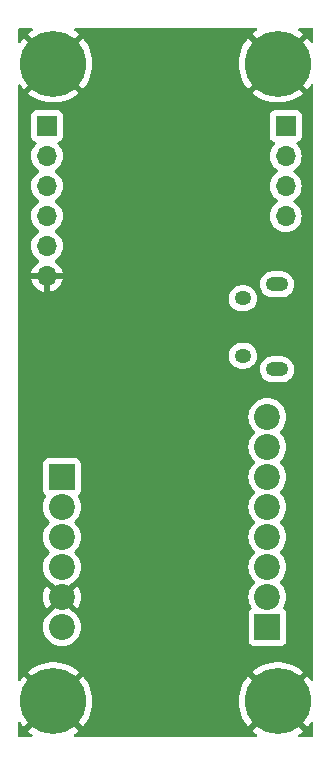
<source format=gbr>
%TF.GenerationSoftware,KiCad,Pcbnew,7.0.5*%
%TF.CreationDate,2023-12-09T18:35:52-08:00*%
%TF.ProjectId,Lyrav3,4c797261-7633-42e6-9b69-6361645f7063,rev?*%
%TF.SameCoordinates,Original*%
%TF.FileFunction,Copper,L2,Inr*%
%TF.FilePolarity,Positive*%
%FSLAX46Y46*%
G04 Gerber Fmt 4.6, Leading zero omitted, Abs format (unit mm)*
G04 Created by KiCad (PCBNEW 7.0.5) date 2023-12-09 18:35:52*
%MOMM*%
%LPD*%
G01*
G04 APERTURE LIST*
%TA.AperFunction,ComponentPad*%
%ADD10C,5.600000*%
%TD*%
%TA.AperFunction,ComponentPad*%
%ADD11R,1.700000X1.700000*%
%TD*%
%TA.AperFunction,ComponentPad*%
%ADD12O,1.700000X1.700000*%
%TD*%
%TA.AperFunction,ComponentPad*%
%ADD13R,2.200000X2.200000*%
%TD*%
%TA.AperFunction,ComponentPad*%
%ADD14C,2.200000*%
%TD*%
%TA.AperFunction,ComponentPad*%
%ADD15O,1.900000X1.200000*%
%TD*%
%TA.AperFunction,ComponentPad*%
%ADD16O,1.400000X1.200000*%
%TD*%
G04 APERTURE END LIST*
D10*
%TO.N,GND*%
%TO.C,H3*%
X186600000Y-116025000D03*
%TD*%
D11*
%TO.N,/BRKOUT4*%
%TO.C,J8*%
X206273400Y-67320000D03*
D12*
%TO.N,/BRKOUT3*%
X206273400Y-69860000D03*
%TO.N,/BRKOUT2*%
X206273400Y-72400000D03*
%TO.N,/BRKOUT1*%
X206273400Y-74940000D03*
%TD*%
D13*
%TO.N,/P4-*%
%TO.C,J1*%
X204724000Y-109728000D03*
D14*
%TO.N,/PYRO PWR*%
X204724000Y-107188000D03*
%TO.N,/P3-*%
X204724000Y-104648000D03*
%TO.N,/PYRO PWR*%
X204724000Y-102108000D03*
%TO.N,/P2-*%
X204724000Y-99568000D03*
%TO.N,/PYRO PWR*%
X204724000Y-97028000D03*
%TO.N,/P1-*%
X204724000Y-94488000D03*
%TO.N,/PYRO PWR*%
X204724000Y-91948000D03*
%TD*%
D15*
%TO.N,N/C*%
%TO.C,J7*%
X205539000Y-80728000D03*
X205539000Y-87928000D03*
D16*
X202639000Y-86748000D03*
%TO.N,unconnected-(J7-Shield-Pad6)*%
X202639000Y-81908000D03*
%TD*%
D10*
%TO.N,GND*%
%TO.C,H1*%
X186600000Y-62025000D03*
%TD*%
%TO.N,GND*%
%TO.C,H2*%
X205600000Y-62025000D03*
%TD*%
%TO.N,GND*%
%TO.C,H4*%
X205600000Y-116025000D03*
%TD*%
D13*
%TO.N,/PYRO PWR*%
%TO.C,J2*%
X187325000Y-97028000D03*
D14*
%TO.N,+12P*%
X187325000Y-99568000D03*
%TO.N,+12V*%
X187325000Y-102108000D03*
%TO.N,+BATT*%
X187325000Y-104648000D03*
%TO.N,GND*%
X187325000Y-107188000D03*
%TO.N,+BATT*%
X187325000Y-109728000D03*
%TD*%
D11*
%TO.N,/BRKOUT5*%
%TO.C,J6*%
X186055000Y-67310000D03*
D12*
%TO.N,/BRKOUT6*%
X186055000Y-69850000D03*
%TO.N,/BRKOUT7*%
X186055000Y-72390000D03*
%TO.N,+12VA*%
X186055000Y-74930000D03*
%TO.N,+3V3*%
X186055000Y-77470000D03*
%TO.N,GND*%
X186055000Y-80010000D03*
%TD*%
%TA.AperFunction,Conductor*%
%TO.N,GND*%
G36*
X185465130Y-117159870D02*
G01*
X185655818Y-117322732D01*
X184447255Y-118531295D01*
X184447256Y-118531296D01*
X184460485Y-118543828D01*
X184460486Y-118543829D01*
X184745367Y-118760388D01*
X184745370Y-118760390D01*
X184801644Y-118794249D01*
X184848939Y-118845678D01*
X184860922Y-118914513D01*
X184833787Y-118978899D01*
X184776151Y-119018393D01*
X184737716Y-119024500D01*
X183724500Y-119024500D01*
X183657461Y-119004815D01*
X183611706Y-118952011D01*
X183600500Y-118900500D01*
X183600500Y-117885307D01*
X183620185Y-117818268D01*
X183672989Y-117772513D01*
X183742147Y-117762569D01*
X183805703Y-117791594D01*
X183827134Y-117815720D01*
X183969038Y-118025013D01*
X184096441Y-118175003D01*
X184096442Y-118175004D01*
X185302266Y-116969180D01*
X185465130Y-117159870D01*
G37*
%TD.AperFunction*%
%TA.AperFunction,Conductor*%
G36*
X203804755Y-59045185D02*
G01*
X203850510Y-59097989D01*
X203860454Y-59167147D01*
X203831429Y-59230703D01*
X203801644Y-59255751D01*
X203745370Y-59289609D01*
X203745367Y-59289611D01*
X203460491Y-59506166D01*
X203447256Y-59518703D01*
X203447255Y-59518703D01*
X204655819Y-60727266D01*
X204465130Y-60890130D01*
X204302267Y-61080818D01*
X203096442Y-59874994D01*
X203096441Y-59874995D01*
X202969040Y-60024983D01*
X202969033Y-60024993D01*
X202768218Y-60321172D01*
X202600606Y-60637322D01*
X202600597Y-60637340D01*
X202468149Y-60969760D01*
X202468147Y-60969767D01*
X202372421Y-61314542D01*
X202372415Y-61314568D01*
X202314527Y-61667668D01*
X202314526Y-61667685D01*
X202295153Y-62024997D01*
X202295153Y-62025002D01*
X202314526Y-62382314D01*
X202314527Y-62382331D01*
X202372415Y-62735431D01*
X202372421Y-62735457D01*
X202468147Y-63080232D01*
X202468149Y-63080239D01*
X202600597Y-63412659D01*
X202600606Y-63412677D01*
X202768218Y-63728827D01*
X202969033Y-64025007D01*
X203096441Y-64175003D01*
X203096442Y-64175004D01*
X204302266Y-62969179D01*
X204465130Y-63159870D01*
X204655818Y-63322732D01*
X203447255Y-64531295D01*
X203447256Y-64531296D01*
X203460485Y-64543828D01*
X203460486Y-64543829D01*
X203745367Y-64760388D01*
X203745370Y-64760390D01*
X204051990Y-64944876D01*
X204376739Y-65095122D01*
X204376744Y-65095123D01*
X204715855Y-65209383D01*
X205065339Y-65286311D01*
X205421075Y-65324999D01*
X205421085Y-65325000D01*
X205778915Y-65325000D01*
X205778924Y-65324999D01*
X206134660Y-65286311D01*
X206484144Y-65209383D01*
X206823255Y-65095123D01*
X206823260Y-65095122D01*
X207148009Y-64944876D01*
X207454629Y-64760390D01*
X207454632Y-64760388D01*
X207739504Y-64543836D01*
X207752742Y-64531294D01*
X206544180Y-63322733D01*
X206734870Y-63159870D01*
X206897733Y-62969180D01*
X208103556Y-64175003D01*
X208230964Y-64025008D01*
X208230966Y-64025006D01*
X208372866Y-63815720D01*
X208426781Y-63771279D01*
X208496163Y-63763041D01*
X208558985Y-63793621D01*
X208595301Y-63853312D01*
X208599500Y-63885307D01*
X208599500Y-114164692D01*
X208579815Y-114231731D01*
X208527011Y-114277486D01*
X208457853Y-114287430D01*
X208394297Y-114258405D01*
X208372867Y-114234279D01*
X208230966Y-114024992D01*
X208103557Y-113874995D01*
X208103556Y-113874994D01*
X206897732Y-115080818D01*
X206734870Y-114890130D01*
X206544179Y-114727265D01*
X207752743Y-113518703D01*
X207752742Y-113518702D01*
X207739514Y-113506171D01*
X207739513Y-113506170D01*
X207454632Y-113289611D01*
X207454629Y-113289609D01*
X207148009Y-113105123D01*
X206823260Y-112954877D01*
X206823255Y-112954876D01*
X206484144Y-112840616D01*
X206134660Y-112763688D01*
X205778924Y-112725000D01*
X205421075Y-112725000D01*
X205065339Y-112763688D01*
X204715855Y-112840616D01*
X204376744Y-112954876D01*
X204376739Y-112954877D01*
X204051990Y-113105123D01*
X203745370Y-113289609D01*
X203745367Y-113289611D01*
X203460491Y-113506166D01*
X203447256Y-113518703D01*
X203447255Y-113518703D01*
X204655819Y-114727266D01*
X204465130Y-114890130D01*
X204302266Y-115080818D01*
X203096442Y-113874994D01*
X203096441Y-113874995D01*
X202969040Y-114024983D01*
X202969033Y-114024993D01*
X202768218Y-114321172D01*
X202600606Y-114637322D01*
X202600597Y-114637340D01*
X202468149Y-114969760D01*
X202468147Y-114969767D01*
X202372421Y-115314542D01*
X202372415Y-115314568D01*
X202314527Y-115667668D01*
X202314526Y-115667685D01*
X202295153Y-116024997D01*
X202295153Y-116025002D01*
X202314526Y-116382314D01*
X202314527Y-116382331D01*
X202372415Y-116735431D01*
X202372421Y-116735457D01*
X202468147Y-117080232D01*
X202468149Y-117080239D01*
X202600597Y-117412659D01*
X202600606Y-117412677D01*
X202768218Y-117728827D01*
X202969033Y-118025007D01*
X203096441Y-118175003D01*
X203096442Y-118175004D01*
X204302266Y-116969180D01*
X204465130Y-117159870D01*
X204655818Y-117322732D01*
X203447255Y-118531295D01*
X203447256Y-118531296D01*
X203460485Y-118543828D01*
X203460486Y-118543829D01*
X203745367Y-118760388D01*
X203745370Y-118760390D01*
X203801644Y-118794249D01*
X203848939Y-118845678D01*
X203860922Y-118914513D01*
X203833787Y-118978899D01*
X203776151Y-119018393D01*
X203737716Y-119024500D01*
X188462284Y-119024500D01*
X188395245Y-119004815D01*
X188349490Y-118952011D01*
X188339546Y-118882853D01*
X188368571Y-118819297D01*
X188398356Y-118794249D01*
X188454629Y-118760390D01*
X188454632Y-118760388D01*
X188739504Y-118543836D01*
X188752742Y-118531294D01*
X187544180Y-117322733D01*
X187734870Y-117159870D01*
X187897733Y-116969180D01*
X189103556Y-118175003D01*
X189230964Y-118025008D01*
X189230975Y-118024994D01*
X189431781Y-117728827D01*
X189599393Y-117412677D01*
X189599402Y-117412659D01*
X189731850Y-117080239D01*
X189731852Y-117080232D01*
X189827578Y-116735457D01*
X189827584Y-116735431D01*
X189885472Y-116382331D01*
X189885473Y-116382314D01*
X189904846Y-116025002D01*
X189904846Y-116024997D01*
X189885473Y-115667685D01*
X189885472Y-115667668D01*
X189827584Y-115314568D01*
X189827578Y-115314542D01*
X189731852Y-114969767D01*
X189731850Y-114969760D01*
X189599402Y-114637340D01*
X189599393Y-114637322D01*
X189431781Y-114321172D01*
X189230966Y-114024992D01*
X189103557Y-113874995D01*
X189103556Y-113874994D01*
X187897732Y-115080818D01*
X187734870Y-114890130D01*
X187544179Y-114727265D01*
X188752743Y-113518703D01*
X188752742Y-113518702D01*
X188739514Y-113506171D01*
X188739513Y-113506170D01*
X188454632Y-113289611D01*
X188454629Y-113289609D01*
X188148009Y-113105123D01*
X187823260Y-112954877D01*
X187823255Y-112954876D01*
X187484144Y-112840616D01*
X187134660Y-112763688D01*
X186778924Y-112725000D01*
X186421075Y-112725000D01*
X186065339Y-112763688D01*
X185715855Y-112840616D01*
X185376744Y-112954876D01*
X185376739Y-112954877D01*
X185051990Y-113105123D01*
X184745370Y-113289609D01*
X184745367Y-113289611D01*
X184460491Y-113506166D01*
X184447256Y-113518703D01*
X184447255Y-113518703D01*
X185655819Y-114727266D01*
X185465130Y-114890130D01*
X185302266Y-115080818D01*
X184096442Y-113874994D01*
X184096441Y-113874995D01*
X183969040Y-114024983D01*
X183969039Y-114024985D01*
X183827133Y-114234280D01*
X183773219Y-114278720D01*
X183703836Y-114286958D01*
X183641015Y-114256377D01*
X183604699Y-114196687D01*
X183600500Y-114164692D01*
X183600500Y-109728000D01*
X185719551Y-109728000D01*
X185739317Y-109979151D01*
X185798126Y-110224110D01*
X185894533Y-110456859D01*
X186026160Y-110671653D01*
X186026161Y-110671656D01*
X186026164Y-110671659D01*
X186189776Y-110863224D01*
X186338066Y-110989875D01*
X186381343Y-111026838D01*
X186381346Y-111026839D01*
X186596140Y-111158466D01*
X186828889Y-111254873D01*
X187073852Y-111313683D01*
X187325000Y-111333449D01*
X187576148Y-111313683D01*
X187821111Y-111254873D01*
X188053859Y-111158466D01*
X188268659Y-111026836D01*
X188460224Y-110863224D01*
X188623836Y-110671659D01*
X188755466Y-110456859D01*
X188851873Y-110224111D01*
X188910683Y-109979148D01*
X188930449Y-109728000D01*
X188910683Y-109476852D01*
X188851873Y-109231889D01*
X188755466Y-108999141D01*
X188755466Y-108999140D01*
X188623839Y-108784346D01*
X188623838Y-108784343D01*
X188586875Y-108741066D01*
X188460224Y-108592776D01*
X188333571Y-108484604D01*
X188268656Y-108429161D01*
X188268653Y-108429160D01*
X188136415Y-108348124D01*
X188113524Y-108330078D01*
X187496568Y-107713121D01*
X187613458Y-107662349D01*
X187730739Y-107566934D01*
X187817928Y-107443415D01*
X187848354Y-107357801D01*
X188622732Y-108132179D01*
X188623424Y-108131371D01*
X188623432Y-108131360D01*
X188755019Y-107916631D01*
X188851396Y-107683956D01*
X188910187Y-107439072D01*
X188929947Y-107187999D01*
X203118551Y-107187999D01*
X203138317Y-107439151D01*
X203197126Y-107684110D01*
X203293533Y-107916859D01*
X203374520Y-108049016D01*
X203392765Y-108116462D01*
X203371649Y-108183064D01*
X203343105Y-108213072D01*
X203266452Y-108270455D01*
X203180206Y-108385664D01*
X203180202Y-108385671D01*
X203129908Y-108520517D01*
X203123501Y-108580116D01*
X203123501Y-108580123D01*
X203123500Y-108580135D01*
X203123500Y-110875870D01*
X203123501Y-110875876D01*
X203129908Y-110935483D01*
X203180202Y-111070328D01*
X203180206Y-111070335D01*
X203266452Y-111185544D01*
X203266455Y-111185547D01*
X203381664Y-111271793D01*
X203381671Y-111271797D01*
X203516517Y-111322091D01*
X203516516Y-111322091D01*
X203523444Y-111322835D01*
X203576127Y-111328500D01*
X205871872Y-111328499D01*
X205931483Y-111322091D01*
X206066331Y-111271796D01*
X206181546Y-111185546D01*
X206267796Y-111070331D01*
X206318091Y-110935483D01*
X206324500Y-110875873D01*
X206324499Y-108580128D01*
X206318091Y-108520517D01*
X206284017Y-108429161D01*
X206267797Y-108385671D01*
X206267793Y-108385664D01*
X206181547Y-108270455D01*
X206104894Y-108213072D01*
X206063024Y-108157138D01*
X206058040Y-108087446D01*
X206073476Y-108049021D01*
X206154466Y-107916859D01*
X206250873Y-107684111D01*
X206309683Y-107439148D01*
X206329449Y-107188000D01*
X206309683Y-106936852D01*
X206250873Y-106691889D01*
X206154466Y-106459141D01*
X206154466Y-106459140D01*
X206022839Y-106244346D01*
X206022838Y-106244343D01*
X205881165Y-106078466D01*
X205859224Y-106052776D01*
X205811820Y-106012289D01*
X205773627Y-105953782D01*
X205773129Y-105883914D01*
X205810483Y-105824868D01*
X205811669Y-105823839D01*
X205859224Y-105783224D01*
X206022836Y-105591659D01*
X206154466Y-105376859D01*
X206250873Y-105144111D01*
X206309683Y-104899148D01*
X206329449Y-104648000D01*
X206309683Y-104396852D01*
X206250873Y-104151889D01*
X206154466Y-103919141D01*
X206154466Y-103919140D01*
X206022839Y-103704346D01*
X206022838Y-103704343D01*
X205859224Y-103512776D01*
X205859215Y-103512768D01*
X205811819Y-103472289D01*
X205773627Y-103413784D01*
X205773128Y-103343916D01*
X205810482Y-103284870D01*
X205811756Y-103283764D01*
X205859224Y-103243224D01*
X206022836Y-103051659D01*
X206154466Y-102836859D01*
X206250873Y-102604111D01*
X206309683Y-102359148D01*
X206329449Y-102108000D01*
X206309683Y-101856852D01*
X206250873Y-101611889D01*
X206154466Y-101379141D01*
X206154466Y-101379140D01*
X206022839Y-101164346D01*
X206022838Y-101164343D01*
X205985875Y-101121066D01*
X205859224Y-100972776D01*
X205811820Y-100932289D01*
X205773627Y-100873782D01*
X205773129Y-100803914D01*
X205810483Y-100744868D01*
X205811669Y-100743839D01*
X205859224Y-100703224D01*
X206022836Y-100511659D01*
X206154466Y-100296859D01*
X206250873Y-100064111D01*
X206309683Y-99819148D01*
X206329449Y-99568000D01*
X206309683Y-99316852D01*
X206250873Y-99071889D01*
X206154466Y-98839141D01*
X206154466Y-98839140D01*
X206022839Y-98624346D01*
X206022838Y-98624343D01*
X205859224Y-98432776D01*
X205859223Y-98432775D01*
X205811819Y-98392289D01*
X205773627Y-98333784D01*
X205773128Y-98263916D01*
X205810482Y-98204870D01*
X205811756Y-98203764D01*
X205859224Y-98163224D01*
X206022836Y-97971659D01*
X206154466Y-97756859D01*
X206250873Y-97524111D01*
X206309683Y-97279148D01*
X206329449Y-97028000D01*
X206309683Y-96776852D01*
X206250873Y-96531889D01*
X206154466Y-96299141D01*
X206154466Y-96299140D01*
X206022839Y-96084346D01*
X206022838Y-96084343D01*
X205985875Y-96041066D01*
X205859224Y-95892776D01*
X205811820Y-95852289D01*
X205773627Y-95793782D01*
X205773129Y-95723914D01*
X205810483Y-95664868D01*
X205811669Y-95663839D01*
X205859224Y-95623224D01*
X206022836Y-95431659D01*
X206154466Y-95216859D01*
X206250873Y-94984111D01*
X206309683Y-94739148D01*
X206329449Y-94488000D01*
X206309683Y-94236852D01*
X206250873Y-93991889D01*
X206154466Y-93759141D01*
X206154466Y-93759140D01*
X206022839Y-93544346D01*
X206022838Y-93544343D01*
X205859224Y-93352776D01*
X205859223Y-93352775D01*
X205811819Y-93312289D01*
X205773627Y-93253784D01*
X205773128Y-93183916D01*
X205810482Y-93124870D01*
X205811756Y-93123764D01*
X205859224Y-93083224D01*
X206022836Y-92891659D01*
X206154466Y-92676859D01*
X206250873Y-92444111D01*
X206309683Y-92199148D01*
X206329449Y-91948000D01*
X206309683Y-91696852D01*
X206250873Y-91451889D01*
X206154466Y-91219141D01*
X206154466Y-91219140D01*
X206022839Y-91004346D01*
X206022838Y-91004343D01*
X205985875Y-90961066D01*
X205859224Y-90812776D01*
X205732571Y-90704604D01*
X205667656Y-90649161D01*
X205667653Y-90649160D01*
X205452859Y-90517533D01*
X205220110Y-90421126D01*
X204975151Y-90362317D01*
X204724000Y-90342551D01*
X204472848Y-90362317D01*
X204227889Y-90421126D01*
X203995140Y-90517533D01*
X203780346Y-90649160D01*
X203780343Y-90649161D01*
X203588776Y-90812776D01*
X203425161Y-91004343D01*
X203425160Y-91004346D01*
X203293533Y-91219140D01*
X203197126Y-91451889D01*
X203138317Y-91696848D01*
X203118551Y-91947999D01*
X203138317Y-92199151D01*
X203197126Y-92444110D01*
X203293533Y-92676859D01*
X203425160Y-92891653D01*
X203425161Y-92891656D01*
X203425164Y-92891659D01*
X203588776Y-93083224D01*
X203636178Y-93123709D01*
X203636179Y-93123710D01*
X203674372Y-93182217D01*
X203674870Y-93252085D01*
X203637516Y-93311131D01*
X203636179Y-93312290D01*
X203588776Y-93352776D01*
X203425161Y-93544343D01*
X203425160Y-93544346D01*
X203293533Y-93759140D01*
X203197126Y-93991889D01*
X203138317Y-94236848D01*
X203118551Y-94488000D01*
X203138317Y-94739151D01*
X203197126Y-94984110D01*
X203293533Y-95216859D01*
X203425160Y-95431653D01*
X203425161Y-95431656D01*
X203470043Y-95484206D01*
X203588776Y-95623224D01*
X203636179Y-95663710D01*
X203674371Y-95722215D01*
X203674871Y-95792083D01*
X203637517Y-95851129D01*
X203636180Y-95852288D01*
X203588777Y-95892775D01*
X203425161Y-96084343D01*
X203425160Y-96084346D01*
X203293533Y-96299140D01*
X203197126Y-96531889D01*
X203138317Y-96776848D01*
X203118551Y-97028000D01*
X203138317Y-97279151D01*
X203197126Y-97524110D01*
X203293533Y-97756859D01*
X203425160Y-97971653D01*
X203425161Y-97971656D01*
X203425164Y-97971659D01*
X203588776Y-98163224D01*
X203636178Y-98203709D01*
X203636179Y-98203710D01*
X203674372Y-98262217D01*
X203674870Y-98332085D01*
X203637516Y-98391131D01*
X203636179Y-98392290D01*
X203588776Y-98432776D01*
X203425161Y-98624343D01*
X203425160Y-98624346D01*
X203293533Y-98839140D01*
X203197126Y-99071889D01*
X203138317Y-99316848D01*
X203118551Y-99568000D01*
X203138317Y-99819151D01*
X203197126Y-100064110D01*
X203293533Y-100296859D01*
X203425160Y-100511653D01*
X203425161Y-100511656D01*
X203425164Y-100511659D01*
X203588776Y-100703224D01*
X203636175Y-100743707D01*
X203636179Y-100743710D01*
X203674372Y-100802217D01*
X203674870Y-100872085D01*
X203637516Y-100931131D01*
X203636179Y-100932290D01*
X203588776Y-100972776D01*
X203425161Y-101164343D01*
X203425160Y-101164346D01*
X203293533Y-101379140D01*
X203197126Y-101611889D01*
X203138317Y-101856848D01*
X203118551Y-102108000D01*
X203138317Y-102359151D01*
X203197126Y-102604110D01*
X203293533Y-102836859D01*
X203425160Y-103051653D01*
X203425161Y-103051656D01*
X203425164Y-103051659D01*
X203588776Y-103243224D01*
X203636178Y-103283709D01*
X203636179Y-103283710D01*
X203674372Y-103342217D01*
X203674870Y-103412085D01*
X203637516Y-103471131D01*
X203636179Y-103472290D01*
X203588776Y-103512776D01*
X203425161Y-103704343D01*
X203425160Y-103704346D01*
X203293533Y-103919140D01*
X203197126Y-104151889D01*
X203138317Y-104396848D01*
X203118551Y-104647999D01*
X203138317Y-104899151D01*
X203197126Y-105144110D01*
X203293533Y-105376859D01*
X203425160Y-105591653D01*
X203425161Y-105591656D01*
X203425164Y-105591659D01*
X203588776Y-105783224D01*
X203636179Y-105823710D01*
X203674371Y-105882215D01*
X203674871Y-105952083D01*
X203637517Y-106011129D01*
X203636180Y-106012288D01*
X203588777Y-106052775D01*
X203425161Y-106244343D01*
X203425160Y-106244346D01*
X203293533Y-106459140D01*
X203197126Y-106691889D01*
X203138317Y-106936848D01*
X203118551Y-107187999D01*
X188929947Y-107187999D01*
X188910187Y-106936927D01*
X188851396Y-106692043D01*
X188755019Y-106459368D01*
X188623432Y-106244638D01*
X188623430Y-106244636D01*
X188622732Y-106243819D01*
X187850929Y-107015622D01*
X187848116Y-107002085D01*
X187778558Y-106867844D01*
X187675362Y-106757348D01*
X187546181Y-106678791D01*
X187494996Y-106664449D01*
X188113522Y-106045922D01*
X188136407Y-106027879D01*
X188268659Y-105946836D01*
X188460224Y-105783224D01*
X188623836Y-105591659D01*
X188755466Y-105376859D01*
X188851873Y-105144111D01*
X188910683Y-104899148D01*
X188930449Y-104648000D01*
X188910683Y-104396852D01*
X188851873Y-104151889D01*
X188755466Y-103919141D01*
X188755466Y-103919140D01*
X188623839Y-103704346D01*
X188623838Y-103704343D01*
X188460224Y-103512776D01*
X188460215Y-103512768D01*
X188412819Y-103472289D01*
X188374627Y-103413784D01*
X188374128Y-103343916D01*
X188411482Y-103284870D01*
X188412756Y-103283764D01*
X188460224Y-103243224D01*
X188623836Y-103051659D01*
X188755466Y-102836859D01*
X188851873Y-102604111D01*
X188910683Y-102359148D01*
X188930449Y-102108000D01*
X188910683Y-101856852D01*
X188851873Y-101611889D01*
X188755466Y-101379141D01*
X188755466Y-101379140D01*
X188623839Y-101164346D01*
X188623838Y-101164343D01*
X188460224Y-100972776D01*
X188412819Y-100932289D01*
X188374627Y-100873784D01*
X188374128Y-100803916D01*
X188411482Y-100744870D01*
X188412756Y-100743764D01*
X188460224Y-100703224D01*
X188623836Y-100511659D01*
X188755466Y-100296859D01*
X188851873Y-100064111D01*
X188910683Y-99819148D01*
X188930449Y-99568000D01*
X188910683Y-99316852D01*
X188851873Y-99071889D01*
X188755466Y-98839141D01*
X188755466Y-98839140D01*
X188674479Y-98706983D01*
X188656234Y-98639538D01*
X188677350Y-98572935D01*
X188705891Y-98542929D01*
X188782546Y-98485546D01*
X188868796Y-98370331D01*
X188919091Y-98235483D01*
X188925500Y-98175873D01*
X188925499Y-95880128D01*
X188919091Y-95820517D01*
X188883060Y-95723914D01*
X188868797Y-95685671D01*
X188868793Y-95685664D01*
X188782547Y-95570455D01*
X188782544Y-95570452D01*
X188667335Y-95484206D01*
X188667328Y-95484202D01*
X188532482Y-95433908D01*
X188532483Y-95433908D01*
X188472883Y-95427501D01*
X188472881Y-95427500D01*
X188472873Y-95427500D01*
X188472864Y-95427500D01*
X186177129Y-95427500D01*
X186177123Y-95427501D01*
X186117516Y-95433908D01*
X185982671Y-95484202D01*
X185982664Y-95484206D01*
X185867455Y-95570452D01*
X185867452Y-95570455D01*
X185781206Y-95685664D01*
X185781202Y-95685671D01*
X185730908Y-95820517D01*
X185724501Y-95880116D01*
X185724501Y-95880123D01*
X185724500Y-95880135D01*
X185724500Y-98175870D01*
X185724501Y-98175876D01*
X185730908Y-98235483D01*
X185781202Y-98370328D01*
X185781206Y-98370335D01*
X185867452Y-98485544D01*
X185867455Y-98485547D01*
X185944104Y-98542927D01*
X185985975Y-98598861D01*
X185990959Y-98668552D01*
X185975520Y-98706983D01*
X185894533Y-98839140D01*
X185798126Y-99071889D01*
X185739317Y-99316848D01*
X185719551Y-99567999D01*
X185739317Y-99819151D01*
X185798126Y-100064110D01*
X185894533Y-100296859D01*
X186026160Y-100511653D01*
X186026161Y-100511656D01*
X186026164Y-100511659D01*
X186189776Y-100703224D01*
X186237175Y-100743707D01*
X186237179Y-100743710D01*
X186275372Y-100802217D01*
X186275870Y-100872085D01*
X186238516Y-100931131D01*
X186237179Y-100932290D01*
X186189776Y-100972776D01*
X186026161Y-101164343D01*
X186026160Y-101164346D01*
X185894533Y-101379140D01*
X185798126Y-101611889D01*
X185739317Y-101856848D01*
X185719551Y-102107999D01*
X185739317Y-102359151D01*
X185798126Y-102604110D01*
X185894533Y-102836859D01*
X186026160Y-103051653D01*
X186026161Y-103051656D01*
X186026164Y-103051659D01*
X186189776Y-103243224D01*
X186234507Y-103281428D01*
X186237178Y-103283709D01*
X186275371Y-103342216D01*
X186275869Y-103412084D01*
X186238515Y-103471130D01*
X186237179Y-103472288D01*
X186189783Y-103512768D01*
X186189776Y-103512776D01*
X186026161Y-103704343D01*
X186026160Y-103704346D01*
X185894533Y-103919140D01*
X185798126Y-104151889D01*
X185739317Y-104396848D01*
X185719551Y-104648000D01*
X185739317Y-104899151D01*
X185798126Y-105144110D01*
X185894533Y-105376859D01*
X186026160Y-105591653D01*
X186026161Y-105591656D01*
X186026164Y-105591659D01*
X186189776Y-105783224D01*
X186381341Y-105946836D01*
X186513585Y-106027875D01*
X186536474Y-106045920D01*
X187153432Y-106662878D01*
X187036542Y-106713651D01*
X186919261Y-106809066D01*
X186832072Y-106932585D01*
X186801644Y-107018198D01*
X186027266Y-106243820D01*
X186026568Y-106244637D01*
X185894980Y-106459368D01*
X185798603Y-106692043D01*
X185739812Y-106936927D01*
X185720052Y-107187999D01*
X185739812Y-107439072D01*
X185798603Y-107683956D01*
X185894980Y-107916631D01*
X186026566Y-108131358D01*
X186026577Y-108131374D01*
X186027264Y-108132178D01*
X186027266Y-108132178D01*
X186799070Y-107360375D01*
X186801884Y-107373915D01*
X186871442Y-107508156D01*
X186974638Y-107618652D01*
X187103819Y-107697209D01*
X187155002Y-107711550D01*
X186536473Y-108330079D01*
X186513582Y-108348125D01*
X186381346Y-108429160D01*
X186381343Y-108429161D01*
X186189776Y-108592776D01*
X186026161Y-108784343D01*
X186026160Y-108784346D01*
X185894533Y-108999140D01*
X185798126Y-109231889D01*
X185739317Y-109476848D01*
X185719551Y-109728000D01*
X183600500Y-109728000D01*
X183600500Y-87875401D01*
X204084746Y-87875401D01*
X204094745Y-88085327D01*
X204144296Y-88289578D01*
X204144298Y-88289582D01*
X204231598Y-88480743D01*
X204231601Y-88480748D01*
X204231602Y-88480750D01*
X204231604Y-88480753D01*
X204294627Y-88569256D01*
X204353515Y-88651953D01*
X204353520Y-88651959D01*
X204505620Y-88796985D01*
X204600578Y-88858011D01*
X204682428Y-88910613D01*
X204877543Y-88988725D01*
X204980729Y-89008612D01*
X205083914Y-89028500D01*
X205083915Y-89028500D01*
X205941419Y-89028500D01*
X205941425Y-89028500D01*
X206098218Y-89013528D01*
X206299875Y-88954316D01*
X206486682Y-88858011D01*
X206651886Y-88728092D01*
X206789519Y-88569256D01*
X206894604Y-88387244D01*
X206963344Y-88188633D01*
X206993254Y-87980602D01*
X206983254Y-87770670D01*
X206933704Y-87566424D01*
X206925331Y-87548090D01*
X206846401Y-87375256D01*
X206846398Y-87375251D01*
X206846397Y-87375250D01*
X206846396Y-87375247D01*
X206724486Y-87204048D01*
X206724484Y-87204046D01*
X206724479Y-87204040D01*
X206572379Y-87059014D01*
X206395574Y-86945388D01*
X206200455Y-86867274D01*
X205994086Y-86827500D01*
X205994085Y-86827500D01*
X205136575Y-86827500D01*
X204979781Y-86842472D01*
X204979782Y-86842472D01*
X204979778Y-86842473D01*
X204778127Y-86901683D01*
X204591313Y-86997991D01*
X204426116Y-87127905D01*
X204426112Y-87127909D01*
X204288478Y-87286746D01*
X204183398Y-87468750D01*
X204114656Y-87667365D01*
X204114656Y-87667367D01*
X204088614Y-87848500D01*
X204084746Y-87875401D01*
X183600500Y-87875401D01*
X183600500Y-86695401D01*
X201434746Y-86695401D01*
X201444745Y-86905327D01*
X201494296Y-87109578D01*
X201494298Y-87109582D01*
X201581598Y-87300743D01*
X201581601Y-87300748D01*
X201581602Y-87300750D01*
X201581604Y-87300753D01*
X201644627Y-87389256D01*
X201703515Y-87471953D01*
X201703520Y-87471959D01*
X201855620Y-87616985D01*
X201950578Y-87678011D01*
X202032428Y-87730613D01*
X202227543Y-87808725D01*
X202330729Y-87828612D01*
X202433914Y-87848500D01*
X202433915Y-87848500D01*
X202791419Y-87848500D01*
X202791425Y-87848500D01*
X202948218Y-87833528D01*
X203149875Y-87774316D01*
X203336682Y-87678011D01*
X203350220Y-87667365D01*
X203501883Y-87548094D01*
X203501886Y-87548092D01*
X203639519Y-87389256D01*
X203744604Y-87207244D01*
X203813344Y-87008633D01*
X203843254Y-86800602D01*
X203833254Y-86590670D01*
X203783704Y-86386424D01*
X203783701Y-86386417D01*
X203696401Y-86195256D01*
X203696398Y-86195251D01*
X203696397Y-86195250D01*
X203696396Y-86195247D01*
X203574486Y-86024048D01*
X203574484Y-86024046D01*
X203574479Y-86024040D01*
X203422379Y-85879014D01*
X203245574Y-85765388D01*
X203050455Y-85687274D01*
X202844086Y-85647500D01*
X202844085Y-85647500D01*
X202486575Y-85647500D01*
X202329782Y-85662472D01*
X202329778Y-85662473D01*
X202128127Y-85721683D01*
X201941313Y-85817991D01*
X201776116Y-85947905D01*
X201776112Y-85947909D01*
X201638478Y-86106746D01*
X201533398Y-86288750D01*
X201464656Y-86487365D01*
X201464656Y-86487367D01*
X201449804Y-86590670D01*
X201434746Y-86695401D01*
X183600500Y-86695401D01*
X183600500Y-81855401D01*
X201434746Y-81855401D01*
X201444745Y-82065327D01*
X201494296Y-82269578D01*
X201494298Y-82269582D01*
X201581598Y-82460743D01*
X201581601Y-82460748D01*
X201581602Y-82460750D01*
X201581604Y-82460753D01*
X201644627Y-82549256D01*
X201703515Y-82631953D01*
X201703520Y-82631959D01*
X201855620Y-82776985D01*
X201950578Y-82838011D01*
X202032428Y-82890613D01*
X202227543Y-82968725D01*
X202330729Y-82988612D01*
X202433914Y-83008500D01*
X202433915Y-83008500D01*
X202791419Y-83008500D01*
X202791425Y-83008500D01*
X202948218Y-82993528D01*
X203149875Y-82934316D01*
X203336682Y-82838011D01*
X203501886Y-82708092D01*
X203639519Y-82549256D01*
X203744604Y-82367244D01*
X203813344Y-82168633D01*
X203843254Y-81960602D01*
X203833254Y-81750670D01*
X203783704Y-81546424D01*
X203775331Y-81528090D01*
X203696401Y-81355256D01*
X203696398Y-81355251D01*
X203696397Y-81355250D01*
X203696396Y-81355247D01*
X203574486Y-81184048D01*
X203574484Y-81184046D01*
X203574479Y-81184040D01*
X203422379Y-81039014D01*
X203245574Y-80925388D01*
X203050455Y-80847274D01*
X202844086Y-80807500D01*
X202844085Y-80807500D01*
X202486575Y-80807500D01*
X202329782Y-80822472D01*
X202329778Y-80822473D01*
X202128127Y-80881683D01*
X201941313Y-80977991D01*
X201776116Y-81107905D01*
X201776112Y-81107909D01*
X201638478Y-81266746D01*
X201533398Y-81448750D01*
X201464656Y-81647365D01*
X201464656Y-81647367D01*
X201438614Y-81828500D01*
X201434746Y-81855401D01*
X183600500Y-81855401D01*
X183600500Y-77470000D01*
X184699341Y-77470000D01*
X184719936Y-77705403D01*
X184719938Y-77705413D01*
X184781094Y-77933655D01*
X184781096Y-77933659D01*
X184781097Y-77933663D01*
X184880964Y-78147829D01*
X184880965Y-78147830D01*
X184880967Y-78147834D01*
X185016501Y-78341395D01*
X185016506Y-78341402D01*
X185183597Y-78508493D01*
X185183603Y-78508498D01*
X185369594Y-78638730D01*
X185413219Y-78693307D01*
X185420413Y-78762805D01*
X185388890Y-78825160D01*
X185369595Y-78841880D01*
X185183922Y-78971890D01*
X185183920Y-78971891D01*
X185016891Y-79138920D01*
X185016886Y-79138926D01*
X184881400Y-79332420D01*
X184881399Y-79332422D01*
X184781570Y-79546507D01*
X184781567Y-79546513D01*
X184724364Y-79759999D01*
X184724364Y-79760000D01*
X185621314Y-79760000D01*
X185595507Y-79800156D01*
X185555000Y-79938111D01*
X185555000Y-80081889D01*
X185595507Y-80219844D01*
X185621314Y-80260000D01*
X184724364Y-80260000D01*
X184781567Y-80473486D01*
X184781570Y-80473492D01*
X184881399Y-80687578D01*
X185016894Y-80881082D01*
X185183917Y-81048105D01*
X185377421Y-81183600D01*
X185591507Y-81283429D01*
X185591516Y-81283433D01*
X185805000Y-81340634D01*
X185805000Y-80445501D01*
X185912685Y-80494680D01*
X186019237Y-80510000D01*
X186090763Y-80510000D01*
X186197315Y-80494680D01*
X186305000Y-80445501D01*
X186305000Y-81340633D01*
X186518483Y-81283433D01*
X186518492Y-81283429D01*
X186732578Y-81183600D01*
X186926082Y-81048105D01*
X187093105Y-80881082D01*
X187228600Y-80687578D01*
X187234278Y-80675401D01*
X204084746Y-80675401D01*
X204094745Y-80885327D01*
X204144296Y-81089578D01*
X204144298Y-81089582D01*
X204231598Y-81280743D01*
X204231601Y-81280748D01*
X204231602Y-81280750D01*
X204231604Y-81280753D01*
X204294627Y-81369256D01*
X204353515Y-81451953D01*
X204353520Y-81451959D01*
X204505620Y-81596985D01*
X204600578Y-81658011D01*
X204682428Y-81710613D01*
X204877543Y-81788725D01*
X204980729Y-81808612D01*
X205083914Y-81828500D01*
X205083915Y-81828500D01*
X205941419Y-81828500D01*
X205941425Y-81828500D01*
X206098218Y-81813528D01*
X206299875Y-81754316D01*
X206486682Y-81658011D01*
X206500220Y-81647365D01*
X206651883Y-81528094D01*
X206651886Y-81528092D01*
X206789519Y-81369256D01*
X206894604Y-81187244D01*
X206963344Y-80988633D01*
X206993254Y-80780602D01*
X206983254Y-80570670D01*
X206933704Y-80366424D01*
X206922001Y-80340798D01*
X206846401Y-80175256D01*
X206846398Y-80175251D01*
X206846397Y-80175250D01*
X206846396Y-80175247D01*
X206724486Y-80004048D01*
X206724484Y-80004046D01*
X206724479Y-80004040D01*
X206572379Y-79859014D01*
X206395574Y-79745388D01*
X206200455Y-79667274D01*
X205994086Y-79627500D01*
X205994085Y-79627500D01*
X205136575Y-79627500D01*
X204979782Y-79642472D01*
X204979778Y-79642473D01*
X204778127Y-79701683D01*
X204591313Y-79797991D01*
X204426116Y-79927905D01*
X204426112Y-79927909D01*
X204288478Y-80086746D01*
X204183398Y-80268750D01*
X204114656Y-80467365D01*
X204114656Y-80467367D01*
X204099804Y-80570670D01*
X204084746Y-80675401D01*
X187234278Y-80675401D01*
X187328429Y-80473492D01*
X187328432Y-80473486D01*
X187385636Y-80260000D01*
X186488686Y-80260000D01*
X186514493Y-80219844D01*
X186555000Y-80081889D01*
X186555000Y-79938111D01*
X186514493Y-79800156D01*
X186488686Y-79760000D01*
X187385636Y-79760000D01*
X187385635Y-79759999D01*
X187328432Y-79546513D01*
X187328429Y-79546507D01*
X187228600Y-79332422D01*
X187228599Y-79332420D01*
X187093113Y-79138926D01*
X187093108Y-79138920D01*
X186926078Y-78971890D01*
X186740405Y-78841879D01*
X186696780Y-78787302D01*
X186689588Y-78717804D01*
X186721110Y-78655449D01*
X186740406Y-78638730D01*
X186926401Y-78508495D01*
X187093495Y-78341401D01*
X187229035Y-78147830D01*
X187328903Y-77933663D01*
X187390063Y-77705408D01*
X187410659Y-77470000D01*
X187390063Y-77234592D01*
X187328903Y-77006337D01*
X187229035Y-76792171D01*
X187093495Y-76598599D01*
X187093494Y-76598597D01*
X186926402Y-76431506D01*
X186926396Y-76431501D01*
X186740842Y-76301575D01*
X186697217Y-76246998D01*
X186690023Y-76177500D01*
X186721546Y-76115145D01*
X186740842Y-76098425D01*
X186912115Y-75978498D01*
X186926401Y-75968495D01*
X187093495Y-75801401D01*
X187229035Y-75607830D01*
X187328903Y-75393663D01*
X187390063Y-75165408D01*
X187409784Y-74940000D01*
X204917741Y-74940000D01*
X204938336Y-75175403D01*
X204938338Y-75175413D01*
X204999494Y-75403655D01*
X204999496Y-75403659D01*
X204999497Y-75403663D01*
X205094702Y-75607830D01*
X205099365Y-75617830D01*
X205099367Y-75617834D01*
X205207681Y-75772521D01*
X205234905Y-75811401D01*
X205401999Y-75978495D01*
X205498784Y-76046264D01*
X205595565Y-76114032D01*
X205595567Y-76114033D01*
X205595570Y-76114035D01*
X205809737Y-76213903D01*
X206037992Y-76275063D01*
X206226318Y-76291539D01*
X206273399Y-76295659D01*
X206273400Y-76295659D01*
X206273401Y-76295659D01*
X206312634Y-76292226D01*
X206508808Y-76275063D01*
X206737063Y-76213903D01*
X206951230Y-76114035D01*
X207144801Y-75978495D01*
X207311895Y-75811401D01*
X207447435Y-75617830D01*
X207547303Y-75403663D01*
X207608463Y-75175408D01*
X207629059Y-74940000D01*
X207608463Y-74704592D01*
X207547303Y-74476337D01*
X207447435Y-74262171D01*
X207311895Y-74068599D01*
X207311894Y-74068597D01*
X207144802Y-73901506D01*
X207144796Y-73901501D01*
X206959242Y-73771575D01*
X206915617Y-73716998D01*
X206908423Y-73647500D01*
X206939946Y-73585145D01*
X206959242Y-73568425D01*
X206981426Y-73552891D01*
X207144801Y-73438495D01*
X207311895Y-73271401D01*
X207447435Y-73077830D01*
X207547303Y-72863663D01*
X207608463Y-72635408D01*
X207629059Y-72400000D01*
X207608463Y-72164592D01*
X207547303Y-71936337D01*
X207447435Y-71722171D01*
X207311895Y-71528599D01*
X207311894Y-71528597D01*
X207144802Y-71361506D01*
X207144801Y-71361505D01*
X206959242Y-71231575D01*
X206959241Y-71231574D01*
X206915616Y-71176997D01*
X206908424Y-71107498D01*
X206939946Y-71045144D01*
X206959236Y-71028428D01*
X207144801Y-70898495D01*
X207311895Y-70731401D01*
X207447435Y-70537830D01*
X207547303Y-70323663D01*
X207608463Y-70095408D01*
X207629059Y-69860000D01*
X207608463Y-69624592D01*
X207547303Y-69396337D01*
X207447435Y-69182171D01*
X207311895Y-68988599D01*
X207189967Y-68866671D01*
X207156484Y-68805351D01*
X207161468Y-68735659D01*
X207203339Y-68679725D01*
X207234315Y-68662810D01*
X207365731Y-68613796D01*
X207480946Y-68527546D01*
X207567196Y-68412331D01*
X207617491Y-68277483D01*
X207623900Y-68217873D01*
X207623899Y-66422128D01*
X207617491Y-66362517D01*
X207613761Y-66352517D01*
X207567197Y-66227671D01*
X207567193Y-66227664D01*
X207480947Y-66112455D01*
X207480944Y-66112452D01*
X207365735Y-66026206D01*
X207365728Y-66026202D01*
X207230882Y-65975908D01*
X207230883Y-65975908D01*
X207171283Y-65969501D01*
X207171281Y-65969500D01*
X207171273Y-65969500D01*
X207171264Y-65969500D01*
X205375529Y-65969500D01*
X205375523Y-65969501D01*
X205315916Y-65975908D01*
X205181071Y-66026202D01*
X205181064Y-66026206D01*
X205065855Y-66112452D01*
X205065852Y-66112455D01*
X204979606Y-66227664D01*
X204979602Y-66227671D01*
X204929308Y-66362517D01*
X204923975Y-66412127D01*
X204922901Y-66422123D01*
X204922900Y-66422135D01*
X204922900Y-68217870D01*
X204922901Y-68217876D01*
X204929308Y-68277483D01*
X204979602Y-68412328D01*
X204979606Y-68412335D01*
X205065852Y-68527544D01*
X205065855Y-68527547D01*
X205181064Y-68613793D01*
X205181071Y-68613797D01*
X205312481Y-68662810D01*
X205368415Y-68704681D01*
X205392832Y-68770145D01*
X205377980Y-68838418D01*
X205356830Y-68866673D01*
X205234903Y-68988600D01*
X205099365Y-69182169D01*
X205099364Y-69182171D01*
X204999498Y-69396335D01*
X204999494Y-69396344D01*
X204938338Y-69624586D01*
X204938336Y-69624596D01*
X204917741Y-69859999D01*
X204917741Y-69860000D01*
X204938336Y-70095403D01*
X204938338Y-70095413D01*
X204999494Y-70323655D01*
X204999496Y-70323659D01*
X204999497Y-70323663D01*
X205094702Y-70527830D01*
X205099365Y-70537830D01*
X205099367Y-70537834D01*
X205234901Y-70731395D01*
X205234906Y-70731402D01*
X205401997Y-70898493D01*
X205402003Y-70898498D01*
X205587558Y-71028425D01*
X205631183Y-71083002D01*
X205638377Y-71152500D01*
X205606854Y-71214855D01*
X205587558Y-71231575D01*
X205401997Y-71361505D01*
X205234905Y-71528597D01*
X205099365Y-71722169D01*
X205099364Y-71722171D01*
X204999498Y-71936335D01*
X204999494Y-71936344D01*
X204938338Y-72164586D01*
X204938336Y-72164596D01*
X204917741Y-72399999D01*
X204917741Y-72400000D01*
X204938336Y-72635403D01*
X204938338Y-72635413D01*
X204999494Y-72863655D01*
X204999496Y-72863659D01*
X204999497Y-72863663D01*
X205094702Y-73067830D01*
X205099365Y-73077830D01*
X205099367Y-73077834D01*
X205234901Y-73271395D01*
X205234906Y-73271402D01*
X205401997Y-73438493D01*
X205402003Y-73438498D01*
X205587558Y-73568425D01*
X205631183Y-73623002D01*
X205638377Y-73692500D01*
X205606854Y-73754855D01*
X205587558Y-73771575D01*
X205401997Y-73901505D01*
X205234905Y-74068597D01*
X205099365Y-74262169D01*
X205099364Y-74262171D01*
X204999498Y-74476335D01*
X204999494Y-74476344D01*
X204938338Y-74704586D01*
X204938336Y-74704596D01*
X204917741Y-74939999D01*
X204917741Y-74940000D01*
X187409784Y-74940000D01*
X187410659Y-74930000D01*
X187390063Y-74694592D01*
X187331584Y-74476344D01*
X187328905Y-74466344D01*
X187328904Y-74466343D01*
X187328903Y-74466337D01*
X187229035Y-74252171D01*
X187093495Y-74058599D01*
X187093494Y-74058597D01*
X186926402Y-73891506D01*
X186926396Y-73891501D01*
X186740842Y-73761575D01*
X186697217Y-73706998D01*
X186690023Y-73637500D01*
X186721546Y-73575145D01*
X186740842Y-73558425D01*
X186912115Y-73438498D01*
X186926401Y-73428495D01*
X187093495Y-73261401D01*
X187229035Y-73067830D01*
X187328903Y-72853663D01*
X187390063Y-72625408D01*
X187410659Y-72390000D01*
X187390063Y-72154592D01*
X187331584Y-71936344D01*
X187328905Y-71926344D01*
X187328904Y-71926343D01*
X187328903Y-71926337D01*
X187229035Y-71712171D01*
X187093495Y-71518599D01*
X187093494Y-71518597D01*
X186926402Y-71351506D01*
X186926396Y-71351501D01*
X186740842Y-71221575D01*
X186697217Y-71166998D01*
X186690023Y-71097500D01*
X186721546Y-71035145D01*
X186740842Y-71018425D01*
X186912115Y-70898498D01*
X186926401Y-70888495D01*
X187093495Y-70721401D01*
X187229035Y-70527830D01*
X187328903Y-70313663D01*
X187390063Y-70085408D01*
X187410659Y-69850000D01*
X187390063Y-69614592D01*
X187331584Y-69396344D01*
X187328905Y-69386344D01*
X187328904Y-69386343D01*
X187328903Y-69386337D01*
X187229035Y-69172171D01*
X187093495Y-68978599D01*
X186971567Y-68856671D01*
X186938084Y-68795351D01*
X186943068Y-68725659D01*
X186984939Y-68669725D01*
X187015915Y-68652810D01*
X187147331Y-68603796D01*
X187262546Y-68517546D01*
X187348796Y-68402331D01*
X187399091Y-68267483D01*
X187405500Y-68207873D01*
X187405499Y-66412128D01*
X187399091Y-66352517D01*
X187348796Y-66217669D01*
X187348795Y-66217668D01*
X187348793Y-66217664D01*
X187262547Y-66102455D01*
X187262544Y-66102452D01*
X187147335Y-66016206D01*
X187147328Y-66016202D01*
X187012482Y-65965908D01*
X187012483Y-65965908D01*
X186952883Y-65959501D01*
X186952881Y-65959500D01*
X186952873Y-65959500D01*
X186952864Y-65959500D01*
X185157129Y-65959500D01*
X185157123Y-65959501D01*
X185097516Y-65965908D01*
X184962671Y-66016202D01*
X184962664Y-66016206D01*
X184847455Y-66102452D01*
X184847452Y-66102455D01*
X184761206Y-66217664D01*
X184761202Y-66217671D01*
X184710908Y-66352517D01*
X184704501Y-66412116D01*
X184704501Y-66412123D01*
X184704500Y-66412135D01*
X184704500Y-68207870D01*
X184704501Y-68207876D01*
X184710908Y-68267483D01*
X184761202Y-68402328D01*
X184761206Y-68402335D01*
X184847452Y-68517544D01*
X184847455Y-68517547D01*
X184962664Y-68603793D01*
X184962671Y-68603797D01*
X185094081Y-68652810D01*
X185150015Y-68694681D01*
X185174432Y-68760145D01*
X185159580Y-68828418D01*
X185138430Y-68856673D01*
X185016503Y-68978600D01*
X184880965Y-69172169D01*
X184880964Y-69172171D01*
X184781098Y-69386335D01*
X184781094Y-69386344D01*
X184719938Y-69614586D01*
X184719936Y-69614596D01*
X184699341Y-69849999D01*
X184699341Y-69850000D01*
X184719936Y-70085403D01*
X184719938Y-70085413D01*
X184781094Y-70313655D01*
X184781096Y-70313659D01*
X184781097Y-70313663D01*
X184785761Y-70323664D01*
X184880965Y-70527830D01*
X184880967Y-70527834D01*
X185016501Y-70721395D01*
X185016506Y-70721402D01*
X185183597Y-70888493D01*
X185183603Y-70888498D01*
X185369158Y-71018425D01*
X185412783Y-71073002D01*
X185419977Y-71142500D01*
X185388454Y-71204855D01*
X185369158Y-71221575D01*
X185183597Y-71351505D01*
X185016505Y-71518597D01*
X184880965Y-71712169D01*
X184880964Y-71712171D01*
X184781098Y-71926335D01*
X184781094Y-71926344D01*
X184719938Y-72154586D01*
X184719936Y-72154596D01*
X184699341Y-72389999D01*
X184699341Y-72390000D01*
X184719936Y-72625403D01*
X184719938Y-72625413D01*
X184781094Y-72853655D01*
X184781096Y-72853659D01*
X184781097Y-72853663D01*
X184785761Y-72863664D01*
X184880965Y-73067830D01*
X184880967Y-73067834D01*
X185016501Y-73261395D01*
X185016506Y-73261402D01*
X185183597Y-73428493D01*
X185183603Y-73428498D01*
X185369158Y-73558425D01*
X185412783Y-73613002D01*
X185419977Y-73682500D01*
X185388454Y-73744855D01*
X185369158Y-73761575D01*
X185183597Y-73891505D01*
X185016505Y-74058597D01*
X184880965Y-74252169D01*
X184880964Y-74252171D01*
X184781098Y-74466335D01*
X184781094Y-74466344D01*
X184719938Y-74694586D01*
X184719936Y-74694596D01*
X184699341Y-74929999D01*
X184699341Y-74930000D01*
X184719936Y-75165403D01*
X184719938Y-75165413D01*
X184781094Y-75393655D01*
X184781096Y-75393659D01*
X184781097Y-75393663D01*
X184785761Y-75403664D01*
X184880965Y-75607830D01*
X184880967Y-75607834D01*
X185016501Y-75801395D01*
X185016506Y-75801402D01*
X185183597Y-75968493D01*
X185183603Y-75968498D01*
X185369158Y-76098425D01*
X185412783Y-76153002D01*
X185419977Y-76222500D01*
X185388454Y-76284855D01*
X185369158Y-76301575D01*
X185183597Y-76431505D01*
X185016505Y-76598597D01*
X184880965Y-76792169D01*
X184880964Y-76792171D01*
X184781098Y-77006335D01*
X184781094Y-77006344D01*
X184719938Y-77234586D01*
X184719936Y-77234596D01*
X184699341Y-77469999D01*
X184699341Y-77470000D01*
X183600500Y-77470000D01*
X183600500Y-63885307D01*
X183620185Y-63818268D01*
X183672989Y-63772513D01*
X183742147Y-63762569D01*
X183805703Y-63791594D01*
X183827134Y-63815720D01*
X183969038Y-64025013D01*
X184096441Y-64175003D01*
X184096442Y-64175004D01*
X185302266Y-62969179D01*
X185465130Y-63159870D01*
X185655818Y-63322732D01*
X184447255Y-64531295D01*
X184447256Y-64531296D01*
X184460485Y-64543828D01*
X184460486Y-64543829D01*
X184745367Y-64760388D01*
X184745370Y-64760390D01*
X185051990Y-64944876D01*
X185376739Y-65095122D01*
X185376744Y-65095123D01*
X185715855Y-65209383D01*
X186065339Y-65286311D01*
X186421075Y-65324999D01*
X186421085Y-65325000D01*
X186778915Y-65325000D01*
X186778924Y-65324999D01*
X187134660Y-65286311D01*
X187484144Y-65209383D01*
X187823255Y-65095123D01*
X187823260Y-65095122D01*
X188148009Y-64944876D01*
X188454629Y-64760390D01*
X188454632Y-64760388D01*
X188739504Y-64543836D01*
X188752742Y-64531294D01*
X187544180Y-63322733D01*
X187734870Y-63159870D01*
X187897733Y-62969180D01*
X189103556Y-64175003D01*
X189230964Y-64025008D01*
X189230975Y-64024994D01*
X189431781Y-63728827D01*
X189599393Y-63412677D01*
X189599402Y-63412659D01*
X189731850Y-63080239D01*
X189731852Y-63080232D01*
X189827578Y-62735457D01*
X189827584Y-62735431D01*
X189885472Y-62382331D01*
X189885473Y-62382314D01*
X189904846Y-62025002D01*
X189904846Y-62024997D01*
X189885473Y-61667685D01*
X189885472Y-61667668D01*
X189827584Y-61314568D01*
X189827578Y-61314542D01*
X189731852Y-60969767D01*
X189731850Y-60969760D01*
X189599402Y-60637340D01*
X189599393Y-60637322D01*
X189431781Y-60321172D01*
X189230966Y-60024992D01*
X189103557Y-59874995D01*
X189103556Y-59874994D01*
X187897732Y-61080818D01*
X187734870Y-60890130D01*
X187544179Y-60727265D01*
X188752743Y-59518703D01*
X188752742Y-59518702D01*
X188739514Y-59506171D01*
X188739513Y-59506170D01*
X188454632Y-59289611D01*
X188454629Y-59289609D01*
X188398356Y-59255751D01*
X188351061Y-59204322D01*
X188339078Y-59135487D01*
X188366213Y-59071101D01*
X188423849Y-59031607D01*
X188462284Y-59025500D01*
X203737716Y-59025500D01*
X203804755Y-59045185D01*
G37*
%TD.AperFunction*%
%TA.AperFunction,Conductor*%
G36*
X208103556Y-118175003D02*
G01*
X208230964Y-118025008D01*
X208230966Y-118025006D01*
X208372866Y-117815720D01*
X208426781Y-117771279D01*
X208496163Y-117763041D01*
X208558985Y-117793621D01*
X208595301Y-117853312D01*
X208599500Y-117885307D01*
X208599500Y-118900500D01*
X208579815Y-118967539D01*
X208527011Y-119013294D01*
X208475500Y-119024500D01*
X207462284Y-119024500D01*
X207395245Y-119004815D01*
X207349490Y-118952011D01*
X207339546Y-118882853D01*
X207368571Y-118819297D01*
X207398356Y-118794249D01*
X207454629Y-118760390D01*
X207454632Y-118760388D01*
X207739504Y-118543836D01*
X207752742Y-118531294D01*
X206544180Y-117322733D01*
X206734870Y-117159870D01*
X206897733Y-116969180D01*
X208103556Y-118175003D01*
G37*
%TD.AperFunction*%
%TA.AperFunction,Conductor*%
G36*
X184804755Y-59045185D02*
G01*
X184850510Y-59097989D01*
X184860454Y-59167147D01*
X184831429Y-59230703D01*
X184801644Y-59255751D01*
X184745370Y-59289609D01*
X184745367Y-59289611D01*
X184460491Y-59506166D01*
X184447256Y-59518703D01*
X184447255Y-59518703D01*
X185655819Y-60727266D01*
X185465130Y-60890130D01*
X185302267Y-61080818D01*
X184096442Y-59874994D01*
X184096441Y-59874995D01*
X183969040Y-60024983D01*
X183969039Y-60024985D01*
X183827133Y-60234280D01*
X183773219Y-60278720D01*
X183703836Y-60286958D01*
X183641015Y-60256377D01*
X183604699Y-60196687D01*
X183600500Y-60164692D01*
X183600500Y-59149500D01*
X183620185Y-59082461D01*
X183672989Y-59036706D01*
X183724500Y-59025500D01*
X184737716Y-59025500D01*
X184804755Y-59045185D01*
G37*
%TD.AperFunction*%
%TA.AperFunction,Conductor*%
G36*
X208542539Y-59045185D02*
G01*
X208588294Y-59097989D01*
X208599500Y-59149500D01*
X208599500Y-60164692D01*
X208579815Y-60231731D01*
X208527011Y-60277486D01*
X208457853Y-60287430D01*
X208394297Y-60258405D01*
X208372867Y-60234279D01*
X208230966Y-60024992D01*
X208103557Y-59874995D01*
X208103556Y-59874994D01*
X206897732Y-61080818D01*
X206734870Y-60890130D01*
X206544179Y-60727265D01*
X207752743Y-59518703D01*
X207752742Y-59518702D01*
X207739514Y-59506171D01*
X207739513Y-59506170D01*
X207454632Y-59289611D01*
X207454629Y-59289609D01*
X207398356Y-59255751D01*
X207351061Y-59204322D01*
X207339078Y-59135487D01*
X207366213Y-59071101D01*
X207423849Y-59031607D01*
X207462284Y-59025500D01*
X208475500Y-59025500D01*
X208542539Y-59045185D01*
G37*
%TD.AperFunction*%
%TD*%
M02*

</source>
